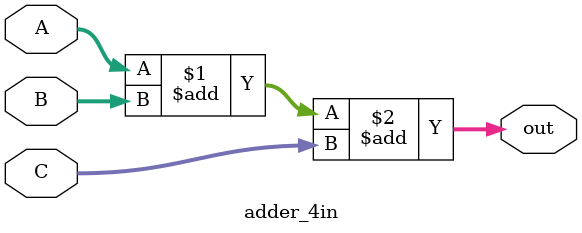
<source format=v>

module adder_4in(A, B, C, out);

parameter DWIDTH=32;
parameter frac=24;

input signed [DWIDTH-1:0] A, B, C;
output signed [DWIDTH-1:0] out;

assign out = A + B + C;

endmodule
</source>
